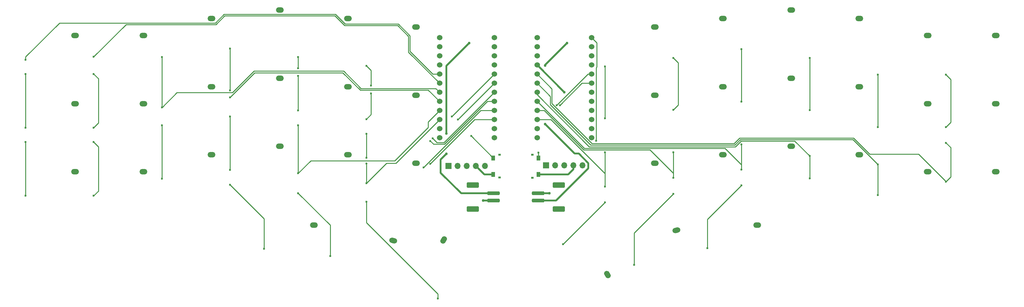
<source format=gtl>
%TF.GenerationSoftware,KiCad,Pcbnew,(6.0.9-0)*%
%TF.CreationDate,2022-12-17T09:44:14-06:00*%
%TF.ProjectId,cho-corne-ice,63686f2d-636f-4726-9e65-2d6963652e6b,v0.2*%
%TF.SameCoordinates,Original*%
%TF.FileFunction,Copper,L1,Top*%
%TF.FilePolarity,Positive*%
%FSLAX46Y46*%
G04 Gerber Fmt 4.6, Leading zero omitted, Abs format (unit mm)*
G04 Created by KiCad (PCBNEW (6.0.9-0)) date 2022-12-17 09:44:14*
%MOMM*%
%LPD*%
G01*
G04 APERTURE LIST*
G04 Aperture macros list*
%AMRoundRect*
0 Rectangle with rounded corners*
0 $1 Rounding radius*
0 $2 $3 $4 $5 $6 $7 $8 $9 X,Y pos of 4 corners*
0 Add a 4 corners polygon primitive as box body*
4,1,4,$2,$3,$4,$5,$6,$7,$8,$9,$2,$3,0*
0 Add four circle primitives for the rounded corners*
1,1,$1+$1,$2,$3*
1,1,$1+$1,$4,$5*
1,1,$1+$1,$6,$7*
1,1,$1+$1,$8,$9*
0 Add four rect primitives between the rounded corners*
20,1,$1+$1,$2,$3,$4,$5,0*
20,1,$1+$1,$4,$5,$6,$7,0*
20,1,$1+$1,$6,$7,$8,$9,0*
20,1,$1+$1,$8,$9,$2,$3,0*%
%AMHorizOval*
0 Thick line with rounded ends*
0 $1 width*
0 $2 $3 position (X,Y) of the first rounded end (center of the circle)*
0 $4 $5 position (X,Y) of the second rounded end (center of the circle)*
0 Add line between two ends*
20,1,$1,$2,$3,$4,$5,0*
0 Add two circle primitives to create the rounded ends*
1,1,$1,$2,$3*
1,1,$1,$4,$5*%
G04 Aperture macros list end*
%TA.AperFunction,SMDPad,CuDef*%
%ADD10R,0.800000X0.600000*%
%TD*%
%TA.AperFunction,SMDPad,CuDef*%
%ADD11R,1.050000X1.450000*%
%TD*%
%TA.AperFunction,ComponentPad*%
%ADD12O,2.200000X1.500000*%
%TD*%
%TA.AperFunction,ComponentPad*%
%ADD13HorizOval,1.500000X-0.338074X0.090587X0.338074X-0.090587X0*%
%TD*%
%TA.AperFunction,ComponentPad*%
%ADD14HorizOval,1.500000X-0.175000X-0.303109X0.175000X0.303109X0*%
%TD*%
%TA.AperFunction,ComponentPad*%
%ADD15HorizOval,1.500000X-0.175000X0.303109X0.175000X-0.303109X0*%
%TD*%
%TA.AperFunction,ComponentPad*%
%ADD16HorizOval,1.500000X-0.338074X-0.090587X0.338074X0.090587X0*%
%TD*%
%TA.AperFunction,ComponentPad*%
%ADD17C,1.524000*%
%TD*%
%TA.AperFunction,ComponentPad*%
%ADD18R,1.700000X1.700000*%
%TD*%
%TA.AperFunction,ComponentPad*%
%ADD19O,1.700000X1.700000*%
%TD*%
%TA.AperFunction,SMDPad,CuDef*%
%ADD20RoundRect,0.250000X-1.500000X0.250000X-1.500000X-0.250000X1.500000X-0.250000X1.500000X0.250000X0*%
%TD*%
%TA.AperFunction,SMDPad,CuDef*%
%ADD21RoundRect,0.250001X-1.449999X0.499999X-1.449999X-0.499999X1.449999X-0.499999X1.449999X0.499999X0*%
%TD*%
%TA.AperFunction,SMDPad,CuDef*%
%ADD22RoundRect,0.250000X1.500000X-0.250000X1.500000X0.250000X-1.500000X0.250000X-1.500000X-0.250000X0*%
%TD*%
%TA.AperFunction,SMDPad,CuDef*%
%ADD23RoundRect,0.250001X1.449999X-0.499999X1.449999X0.499999X-1.449999X0.499999X-1.449999X-0.499999X0*%
%TD*%
%TA.AperFunction,ViaPad*%
%ADD24C,0.600000*%
%TD*%
%TA.AperFunction,ViaPad*%
%ADD25C,0.750000*%
%TD*%
%TA.AperFunction,Conductor*%
%ADD26C,0.250000*%
%TD*%
%TA.AperFunction,Conductor*%
%ADD27C,0.500000*%
%TD*%
G04 APERTURE END LIST*
D10*
X143882500Y-70405000D03*
X143882500Y-64005000D03*
D11*
X142157500Y-64930000D03*
X142157500Y-69480000D03*
D12*
X44657500Y-30780000D03*
X63657500Y-26030000D03*
X82657500Y-23655000D03*
X101657500Y-26030000D03*
X25657500Y-49780000D03*
X44657500Y-49780000D03*
X63657500Y-45030000D03*
X82657500Y-42655000D03*
X101657500Y-45030000D03*
X120657500Y-47405000D03*
X25657500Y-68780000D03*
X44657500Y-68780000D03*
X63657500Y-64030000D03*
X82657500Y-61655000D03*
X101657500Y-64030000D03*
X120657500Y-66405000D03*
X92157500Y-83655000D03*
D13*
X114262484Y-88011817D03*
D14*
X128302373Y-87848559D03*
D15*
X173969627Y-97456441D03*
D10*
X153007500Y-70455000D03*
X153007500Y-64055000D03*
D11*
X154732500Y-69530000D03*
X154732500Y-64980000D03*
D12*
X225164500Y-61650000D03*
X206164500Y-64025000D03*
X187164500Y-66400000D03*
X215664500Y-83650000D03*
D16*
X193181293Y-85133925D03*
D12*
X225164500Y-23650000D03*
X206164500Y-26025000D03*
X282164500Y-49775000D03*
X244164500Y-26025000D03*
X263164500Y-49775000D03*
X263164500Y-68775000D03*
X244164500Y-64025000D03*
X282164500Y-30775000D03*
X263164500Y-30775000D03*
X244164500Y-45025000D03*
X225164500Y-42650000D03*
X206164500Y-45025000D03*
X187164500Y-47400000D03*
X282164500Y-68775000D03*
X25657500Y-30780000D03*
X120657500Y-28405000D03*
X187157500Y-28405000D03*
D17*
X169598900Y-31362000D03*
X169598900Y-33902000D03*
X169598900Y-36442000D03*
X169598900Y-38982000D03*
X169598900Y-41522000D03*
X169598900Y-44062000D03*
X169598900Y-46602000D03*
X169598900Y-49142000D03*
X169598900Y-51682000D03*
X169598900Y-54222000D03*
X169598900Y-56762000D03*
X169598900Y-59302000D03*
X154378900Y-59302000D03*
X154378900Y-56762000D03*
X154378900Y-54222000D03*
X154378900Y-51682000D03*
X154378900Y-49142000D03*
X154378900Y-46602000D03*
X154378900Y-44062000D03*
X154378900Y-41522000D03*
X154378900Y-38982000D03*
X154378900Y-36442000D03*
X154378900Y-33902000D03*
X154378900Y-31362000D03*
D18*
X156897500Y-67020000D03*
D19*
X159437500Y-67020000D03*
X161977500Y-67020000D03*
X164517500Y-67020000D03*
X167057500Y-67020000D03*
D20*
X142210500Y-74812000D03*
X142210500Y-76812000D03*
D21*
X136460500Y-72462000D03*
X136460500Y-79162000D03*
D18*
X129698500Y-67151000D03*
D19*
X132238500Y-67151000D03*
X134778500Y-67151000D03*
X137318500Y-67151000D03*
X139858500Y-67151000D03*
D22*
X154671500Y-76812000D03*
X154671500Y-74812000D03*
D23*
X160421500Y-72462000D03*
X160421500Y-79162000D03*
D17*
X142423900Y-31362000D03*
X142423900Y-33902000D03*
X142423900Y-36442000D03*
X142423900Y-38982000D03*
X142423900Y-41522000D03*
X142423900Y-44062000D03*
X142423900Y-46602000D03*
X142423900Y-49142000D03*
X142423900Y-51682000D03*
X142423900Y-54222000D03*
X142423900Y-56762000D03*
X142423900Y-59302000D03*
X127203900Y-59302000D03*
X127203900Y-56762000D03*
X127203900Y-54222000D03*
X127203900Y-51682000D03*
X127203900Y-49142000D03*
X127203900Y-46602000D03*
X127203900Y-44062000D03*
X127203900Y-41522000D03*
X127203900Y-38982000D03*
X127203900Y-36442000D03*
X127203900Y-33902000D03*
X127203900Y-31362000D03*
D24*
X125307500Y-59480000D03*
X124607500Y-60180000D03*
X122707500Y-67580000D03*
X124604685Y-66577185D03*
D25*
X139307500Y-76780000D03*
D24*
X11807500Y-37480000D03*
X11807500Y-41480000D03*
X11807500Y-56480000D03*
X11807500Y-60480000D03*
X11807500Y-75480000D03*
X30807500Y-56480000D03*
X30807500Y-60480000D03*
X30807500Y-36680000D03*
X30807500Y-41480000D03*
X30807500Y-75480000D03*
X49825089Y-50797589D03*
X49807500Y-55780000D03*
X49807500Y-70680000D03*
X49807500Y-36780000D03*
X68807500Y-72380000D03*
X68807500Y-48016396D03*
X68807500Y-34380000D03*
X68807500Y-46055500D03*
X78307500Y-90280000D03*
X68807500Y-53380000D03*
X68807500Y-68280000D03*
X87807500Y-36780000D03*
X87807500Y-74780000D03*
X87807500Y-55780000D03*
X96707500Y-92280000D03*
X87807500Y-39880000D03*
X87807500Y-51680000D03*
X87807500Y-69180000D03*
X87807500Y-41980000D03*
X108107500Y-46880000D03*
X106807500Y-58180000D03*
X106807500Y-77180000D03*
X108107500Y-44680000D03*
X106807500Y-54080000D03*
X106807500Y-66480000D03*
X106807500Y-39180000D03*
X106807500Y-64880000D03*
X126707500Y-104180000D03*
X106807500Y-71980000D03*
X136007500Y-58780000D03*
X154757500Y-63430000D03*
X268307500Y-41680000D03*
X268307500Y-56280000D03*
X268307500Y-60680000D03*
X268307500Y-71524499D03*
X249307500Y-56280000D03*
X249307500Y-75280000D03*
X249307500Y-66730000D03*
X249307500Y-41680000D03*
X230307500Y-36980000D03*
X230307500Y-64380000D03*
X230307500Y-70580000D03*
X230307500Y-51580000D03*
X201807500Y-90080000D03*
X211307500Y-72580000D03*
X211307500Y-68180000D03*
X211307500Y-61180000D03*
X211307500Y-49180000D03*
X211307500Y-34580000D03*
X192307500Y-70480000D03*
X192307500Y-74980000D03*
X192307500Y-63380000D03*
X192307500Y-51480000D03*
X192307500Y-36980000D03*
X181407500Y-94780000D03*
X161607500Y-88980000D03*
X173307500Y-72880000D03*
X173307500Y-53880000D03*
X173307500Y-63380000D03*
X173307500Y-39380000D03*
X173307500Y-77280000D03*
D25*
X161957500Y-46580000D03*
X157807500Y-74780000D03*
D24*
X130607500Y-53380000D03*
X132307500Y-54180000D03*
X159840163Y-50197337D03*
X160724089Y-50196589D03*
X170807500Y-60130000D03*
D25*
X135407500Y-32880000D03*
X129107500Y-63780000D03*
X129107500Y-58080000D03*
X156607500Y-55430000D03*
X162707500Y-32880000D03*
X156600746Y-39086754D03*
D26*
X128395900Y-60630000D02*
X126457500Y-60630000D01*
X142423900Y-46602000D02*
X128395900Y-60630000D01*
X126457500Y-60630000D02*
X125307500Y-59480000D01*
X124607500Y-60180000D02*
X125507500Y-61080000D01*
X128582296Y-61080000D02*
X140520296Y-49142000D01*
X140520296Y-49142000D02*
X142423900Y-49142000D01*
X125507500Y-61080000D02*
X128582296Y-61080000D01*
X122718692Y-67580000D02*
X138616692Y-51682000D01*
X138616692Y-51682000D02*
X142423900Y-51682000D01*
X122707500Y-67580000D02*
X122718692Y-67580000D01*
X136965500Y-54222000D02*
X142423900Y-54222000D01*
X124604685Y-66577185D02*
X124610315Y-66577185D01*
X124610315Y-66577185D02*
X136965500Y-54222000D01*
D27*
X139339500Y-76812000D02*
X139307500Y-76780000D01*
X139647500Y-69480000D02*
X137318500Y-67151000D01*
X142157500Y-69480000D02*
X139647500Y-69480000D01*
X142210500Y-76812000D02*
X139339500Y-76812000D01*
D26*
X98193896Y-24830000D02*
X67121104Y-24830000D01*
X11807500Y-60480000D02*
X11807500Y-75480000D01*
X118957500Y-35179204D02*
X118957500Y-30793604D01*
X11807500Y-36706165D02*
X11807500Y-37480000D01*
X118957500Y-30793604D02*
X115693896Y-27530000D01*
X11807500Y-41480000D02*
X11807500Y-56480000D01*
X21283665Y-27230000D02*
X11807500Y-36706165D01*
X64721104Y-27230000D02*
X21283665Y-27230000D01*
X67121104Y-24830000D02*
X64721104Y-27230000D01*
X127203900Y-41522000D02*
X125300296Y-41522000D01*
X115693896Y-27530000D02*
X100893896Y-27530000D01*
X125300296Y-41522000D02*
X118957500Y-35179204D01*
X100893896Y-27530000D02*
X98193896Y-24830000D01*
X32132501Y-74154999D02*
X30807500Y-75480000D01*
X32132501Y-42805001D02*
X32132501Y-55154999D01*
X100707500Y-27980000D02*
X98007500Y-25280000D01*
X127203900Y-44062000D02*
X118507500Y-35365600D01*
X67307500Y-25280000D02*
X64907500Y-27680000D01*
X30807500Y-60480000D02*
X32132501Y-61805001D01*
X32132501Y-61805001D02*
X32132501Y-74154999D01*
X118507500Y-35365600D02*
X118507500Y-30980000D01*
X118507500Y-30980000D02*
X115507500Y-27980000D01*
X115507500Y-27980000D02*
X100707500Y-27980000D01*
X30807500Y-41480000D02*
X32132501Y-42805001D01*
X98007500Y-25280000D02*
X67307500Y-25280000D01*
X32132501Y-55154999D02*
X30807500Y-56480000D01*
X39807500Y-27680000D02*
X30807500Y-36680000D01*
X64907500Y-27680000D02*
X39807500Y-27680000D01*
X49807500Y-55780000D02*
X49807500Y-70680000D01*
X49825089Y-50797589D02*
X49889911Y-50797589D01*
X49889911Y-50797589D02*
X54007500Y-46680000D01*
X54007500Y-46680000D02*
X69507500Y-46680000D01*
X69507500Y-46680000D02*
X75507500Y-40680000D01*
X105293896Y-45530000D02*
X126131900Y-45530000D01*
X49807500Y-50780000D02*
X49825089Y-50797589D01*
X100443896Y-40680000D02*
X105293896Y-45530000D01*
X49807500Y-36780000D02*
X49807500Y-50780000D01*
X75507500Y-40680000D02*
X100443896Y-40680000D01*
X126131900Y-45530000D02*
X127203900Y-46602000D01*
X68807500Y-46055500D02*
X68807500Y-34380000D01*
X100257500Y-41130000D02*
X105107500Y-45980000D01*
X75693896Y-41130000D02*
X100257500Y-41130000D01*
X124041900Y-45980000D02*
X127203900Y-49142000D01*
X68807500Y-72380000D02*
X78307500Y-81880000D01*
X68807500Y-48016396D02*
X75693896Y-41130000D01*
X105107500Y-45980000D02*
X124041900Y-45980000D01*
X68807500Y-53380000D02*
X68807500Y-68280000D01*
X78307500Y-81880000D02*
X78307500Y-90280000D01*
X124007500Y-54878400D02*
X127203900Y-51682000D01*
X114707500Y-65680000D02*
X124007500Y-56380000D01*
X87807500Y-36780000D02*
X87807500Y-39880000D01*
X87807500Y-55780000D02*
X87807500Y-69180000D01*
X87807500Y-69180000D02*
X91307500Y-65680000D01*
X87807500Y-41980000D02*
X87807500Y-51680000D01*
X96707500Y-83680000D02*
X96707500Y-92280000D01*
X91307500Y-65680000D02*
X114707500Y-65680000D01*
X124007500Y-56380000D02*
X124007500Y-54878400D01*
X87807500Y-74780000D02*
X96707500Y-83680000D01*
X108107500Y-40480000D02*
X108107500Y-44680000D01*
X106807500Y-77180000D02*
X106807500Y-82980000D01*
X106807500Y-66480000D02*
X106807500Y-71980000D01*
X106807500Y-39180000D02*
X108100501Y-40473001D01*
X106807500Y-82980000D02*
X126707500Y-102880000D01*
X126707500Y-102880000D02*
X126707500Y-104180000D01*
X115045900Y-66380000D02*
X127203900Y-54222000D01*
X106807500Y-58180000D02*
X106807500Y-64880000D01*
X108107500Y-46880000D02*
X108107500Y-52780000D01*
X108107500Y-52780000D02*
X106807500Y-54080000D01*
X108100501Y-40473001D02*
X108107500Y-40480000D01*
X112407500Y-66380000D02*
X115045900Y-66380000D01*
X106807500Y-71980000D02*
X112407500Y-66380000D01*
X142157500Y-64930000D02*
X136007500Y-58780000D01*
X154732500Y-63455000D02*
X154757500Y-63430000D01*
X154732500Y-64980000D02*
X154732500Y-63455000D01*
X169639649Y-60880000D02*
X158507500Y-49747851D01*
X247043896Y-63830000D02*
X242543896Y-59330000D01*
X269624501Y-61997001D02*
X269624501Y-70207498D01*
X158507500Y-49747851D02*
X158507500Y-45650600D01*
X242543896Y-59330000D02*
X210821104Y-59330000D01*
X268307500Y-60680000D02*
X269624501Y-61997001D01*
X209271104Y-60880000D02*
X169639649Y-60880000D01*
X269624501Y-54962999D02*
X268307500Y-56280000D01*
X210821104Y-59330000D02*
X209271104Y-60880000D01*
X269624501Y-42997001D02*
X269624501Y-54962999D01*
X268307500Y-71480000D02*
X260657500Y-63830000D01*
X158507500Y-45650600D02*
X154378900Y-41522000D01*
X260657500Y-63830000D02*
X247043896Y-63830000D01*
X268307500Y-41680000D02*
X269624501Y-42997001D01*
X269624501Y-70207498D02*
X268307500Y-71524499D01*
X268307500Y-71524499D02*
X268307500Y-71480000D01*
X158057500Y-50080000D02*
X169307500Y-61330000D01*
X209457500Y-61330000D02*
X211007500Y-59780000D01*
X169307500Y-61330000D02*
X209457500Y-61330000D01*
X211007500Y-59780000D02*
X242357500Y-59780000D01*
X242357500Y-59780000D02*
X249307500Y-66730000D01*
X158057500Y-47740600D02*
X158057500Y-50080000D01*
X154378900Y-44062000D02*
X158057500Y-47740600D01*
X249307500Y-41680000D02*
X249307500Y-56280000D01*
X249307500Y-66730000D02*
X249307500Y-75280000D01*
X209643896Y-61780000D02*
X211193896Y-60230000D01*
X226157500Y-60230000D02*
X230307500Y-64380000D01*
X230307500Y-64380000D02*
X230307500Y-70580000D01*
X211193896Y-60230000D02*
X226157500Y-60230000D01*
X154378900Y-46602000D02*
X154378900Y-47251400D01*
X168907500Y-61780000D02*
X209643896Y-61780000D01*
X230307500Y-36980000D02*
X230307500Y-51580000D01*
X154378900Y-47251400D02*
X168907500Y-61780000D01*
X211307500Y-67430000D02*
X211307500Y-68180000D01*
X211307500Y-72580000D02*
X201807500Y-82080000D01*
X211307500Y-34580000D02*
X211307500Y-49180000D01*
X167507500Y-62230000D02*
X206757500Y-62230000D01*
X211307500Y-66780000D02*
X211307500Y-67430000D01*
X154378900Y-49142000D02*
X154419500Y-49142000D01*
X201807500Y-82080000D02*
X201807500Y-90080000D01*
X211307500Y-61180000D02*
X211307500Y-67430000D01*
X154419500Y-49142000D02*
X167507500Y-62230000D01*
X206757500Y-62230000D02*
X211307500Y-66780000D01*
X193669501Y-50117999D02*
X192307500Y-51480000D01*
X193669501Y-38342001D02*
X193669501Y-50117999D01*
X192307500Y-74980000D02*
X181407500Y-85880000D01*
X156323104Y-51682000D02*
X167321104Y-62680000D01*
X192307500Y-63380000D02*
X192307500Y-70080000D01*
X192307500Y-70080000D02*
X192307500Y-70480000D01*
X167321104Y-62680000D02*
X185807500Y-62680000D01*
X185807500Y-62680000D02*
X192307500Y-69180000D01*
X181407500Y-85880000D02*
X181407500Y-94780000D01*
X192307500Y-69180000D02*
X192307500Y-70080000D01*
X192307500Y-36980000D02*
X193669501Y-38342001D01*
X154378900Y-51682000D02*
X156323104Y-51682000D01*
X173307500Y-69302792D02*
X173307500Y-70130000D01*
X158226708Y-54222000D02*
X173307500Y-69302792D01*
X173307500Y-39380000D02*
X173307500Y-53880000D01*
X154378900Y-54222000D02*
X158226708Y-54222000D01*
X173307500Y-63380000D02*
X173307500Y-70130000D01*
X173307500Y-77280000D02*
X161607500Y-88980000D01*
X173307500Y-70130000D02*
X173307500Y-72880000D01*
D27*
X154378900Y-38982000D02*
X161957500Y-46560600D01*
X161957500Y-46560600D02*
X161957500Y-46580000D01*
X157775500Y-74812000D02*
X157807500Y-74780000D01*
X164517500Y-68070000D02*
X164517500Y-67020000D01*
X154671500Y-74812000D02*
X157775500Y-74812000D01*
X163057500Y-69530000D02*
X164517500Y-68070000D01*
X154732500Y-69530000D02*
X163057500Y-69530000D01*
D26*
X142423900Y-41522000D02*
X130607500Y-53338400D01*
X130607500Y-53338400D02*
X130607500Y-53380000D01*
X132307500Y-54178400D02*
X142423900Y-44062000D01*
X132307500Y-54180000D02*
X132307500Y-54178400D01*
X168515500Y-41522000D02*
X169598900Y-41522000D01*
X159840163Y-50197337D02*
X168515500Y-41522000D01*
X166858678Y-44062000D02*
X160724089Y-50196589D01*
X169598900Y-44062000D02*
X166858678Y-44062000D01*
X170985900Y-39556515D02*
X170985900Y-32749000D01*
X170807500Y-39734915D02*
X170985900Y-39556515D01*
X170985900Y-32749000D02*
X169598900Y-31362000D01*
X170807500Y-60130000D02*
X170807500Y-39734915D01*
D27*
X133239500Y-74812000D02*
X142210500Y-74812000D01*
X127507500Y-69080000D02*
X133239500Y-74812000D01*
X135407500Y-32880000D02*
X129107500Y-39180000D01*
X129107500Y-39180000D02*
X129107500Y-58080000D01*
X127507500Y-65380000D02*
X127507500Y-69080000D01*
X129107500Y-63780000D02*
X127507500Y-65380000D01*
X156607500Y-39080000D02*
X156607500Y-38980000D01*
X168657500Y-66357258D02*
X168657500Y-67830000D01*
X159675500Y-76812000D02*
X154671500Y-76812000D01*
X156607500Y-38980000D02*
X162707500Y-32880000D01*
X168657500Y-67830000D02*
X159675500Y-76812000D01*
X156607500Y-55430000D02*
X156607500Y-55480000D01*
X156607500Y-55480000D02*
X164807500Y-63680000D01*
X156600746Y-39086754D02*
X156607500Y-39080000D01*
X164807500Y-63680000D02*
X165980242Y-63680000D01*
X165980242Y-63680000D02*
X168657500Y-66357258D01*
M02*

</source>
